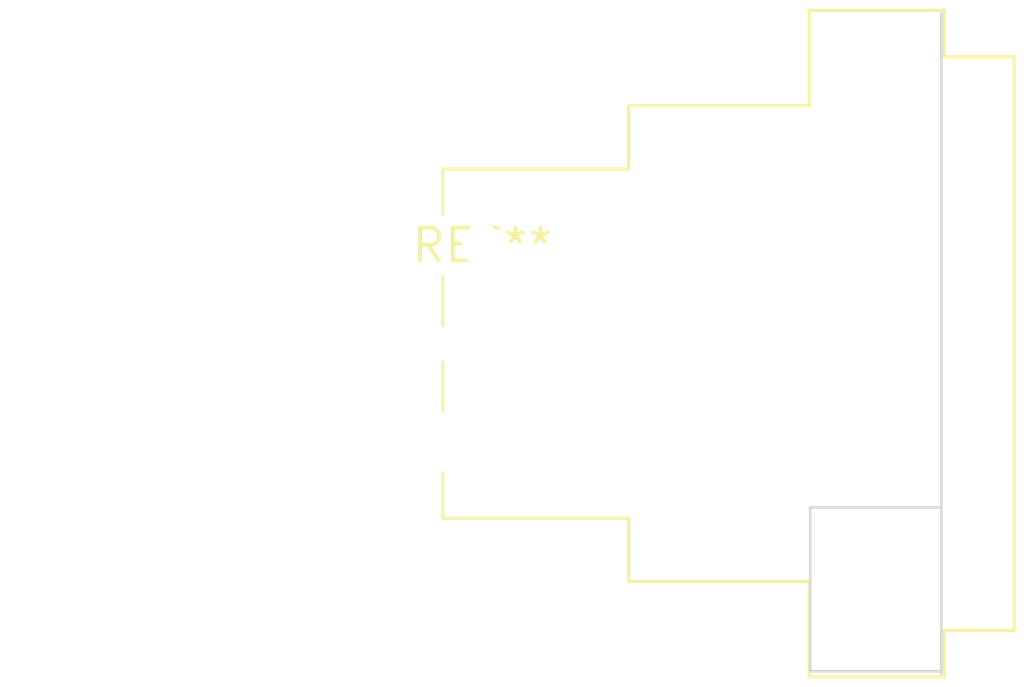
<source format=kicad_pcb>
(kicad_pcb (version 20240108) (generator pcbnew)
  (layers (0 "F.Cu" signal) (31 "B.Cu" signal) (34 "B.Paste" user) (35 "F.Paste" user) (36 "B.SilkS" user "B.Silkscreen") (37 "F.SilkS" user "F.Silkscreen") (38 "B.Mask" user) (39 "F.Mask" user) (44 "Edge.Cuts" user))
  (net 0 "")
  (footprint "Jack_XLR_Neutrik_NC3MBHR_Horizontal" (layer "F.Cu") (at 0 0)
    (property "Reference" "REF**")
    (property "Value" "Jack_XLR_Neutrik_NC3MBHR_Horizontal")
    (fp_line (start -1.54 -2.96) (end -1.54 -1.19) (layer "F.SilkS") (stroke (width 0.12)))
    (fp_line (start -1.54 3.11) (end -1.54 1.21) (layer "F.SilkS") (stroke (width 0.12)))
    (fp_line (start -1.54 4.51) (end -1.54 6.41) (layer "F.SilkS") (stroke (width 0.12)))
    (fp_line (start -1.54 8.81) (end -1.54 10.58) (layer "F.SilkS") (stroke (width 0.12)))
    (fp_line (start 5.66 -2.96) (end -1.54 -2.96) (layer "F.SilkS") (stroke (width 0.12)))
    (fp_line (start 5.66 -2.96) (end 5.66 -5.41) (layer "F.SilkS") (stroke (width 0.12)))
    (fp_line (start 5.66 10.58) (end -1.54 10.58) (layer "F.SilkS") (stroke (width 0.12)))
    (fp_line (start 5.66 10.58) (end 5.66 13.03) (layer "F.SilkS") (stroke (width 0.12)))
    (fp_line (start 12.66 -5.41) (end 5.66 -5.41) (layer "F.SilkS") (stroke (width 0.12)))
    (fp_line (start 12.66 -5.41) (end 12.66 -9.11) (layer "F.SilkS") (stroke (width 0.12)))
    (fp_line (start 12.66 13.03) (end 5.66 13.03) (layer "F.SilkS") (stroke (width 0.12)))
    (fp_line (start 12.66 16.73) (end 12.66 13.03) (layer "F.SilkS") (stroke (width 0.12)))
    (fp_line (start 17.9 -9.11) (end 12.66 -9.11) (layer "F.SilkS") (stroke (width 0.12)))
    (fp_line (start 17.9 -9.11) (end 17.9 -7.31) (layer "F.SilkS") (stroke (width 0.12)))
    (fp_line (start 17.9 -7.31) (end 20.6 -7.31) (layer "F.SilkS") (stroke (width 0.12)))
    (fp_line (start 17.9 14.93) (end 17.9 16.73) (layer "F.SilkS") (stroke (width 0.12)))
    (fp_line (start 17.9 14.93) (end 20.6 14.93) (layer "F.SilkS") (stroke (width 0.12)))
    (fp_line (start 17.9 16.73) (end 12.66 16.73) (layer "F.SilkS") (stroke (width 0.12)))
    (fp_line (start 20.6 -7.31) (end 20.6 14.93) (layer "F.SilkS") (stroke (width 0.12)))
    (fp_line (start 12.7 10.16) (end 12.7 16.51) (layer "Edge.Cuts") (stroke (width 0.1)))
    (fp_line (start 12.7 16.51) (end 17.78 16.51) (layer "Edge.Cuts") (stroke (width 0.1)))
    (fp_line (start 17.78 -8.99) (end 17.78 16.61) (layer "Edge.Cuts") (stroke (width 0.1)))
    (fp_line (start 17.78 10.16) (end 12.7 10.16) (layer "Edge.Cuts") (stroke (width 0.1)))
    (pad "" np_thru_hole circle (at 10.78 3.81) (size 1.2 1.2) (drill 1.2) (layers *.Cu *.Mask))
    (pad "1" thru_hole circle (at 0 0) (size 3.4 3.4) (drill 1.6) (layers *.Cu *.Mask) (remove_unused_layers))
    (pad "2" thru_hole circle (at 0 3.81) (size 2.9 2.9) (drill 1.2) (layers *.Cu *.Mask) (remove_unused_layers))
    (pad "3" thru_hole circle (at 0 7.62) (size 3.4 3.4) (drill 1.6) (layers *.Cu *.Mask) (remove_unused_layers))
    (pad "G" thru_hole circle (at 5.08 3.81) (size 2.9 2.9) (drill 1.2) (layers *.Cu *.Mask) (remove_unused_layers))
  )
)
</source>
